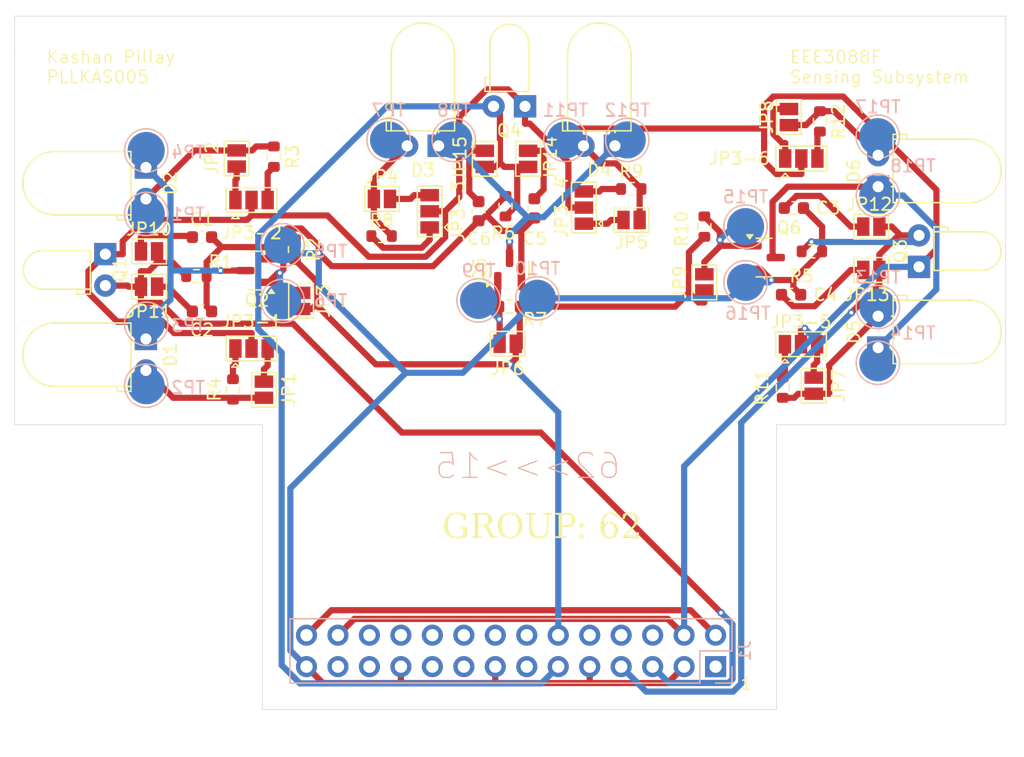
<source format=kicad_pcb>
(kicad_pcb (version 20240108) (generator "pcbnew") (generator_version "8.0")
  (title_block (title "EEE3088F - MicroMouse Subsystem: Sensing") (date "2024-03-23") (rev "V1.0") (company "University of Cape Town: Department of Electrical Engineering") (comment 1 "Author: Kashan Pillay") (comment 2 "Student Number: PLLKAS005"))
  (layers (0 "F.Cu" signal) (31 "B.Cu" signal) (34 "B.Paste" user) (35 "F.Paste" user) (36 "B.SilkS" user "B.Silkscreen") (37 "F.SilkS" user "F.Silkscreen") (38 "B.Mask" user) (39 "F.Mask" user) (44 "Edge.Cuts" user))
  (net 0 "")
  (net 1 "GND")
  (net 2 "Net-(JP10-A)")
  (net 3 "Net-(JP11-A)")
  (net 4 "Net-(JP12-A)")
  (net 5 "Net-(JP13-A)")
  (net 6 "Net-(JP14-A)")
  (net 7 "Net-(JP15-A)")
  (net 8 "Net-(D1-A)")
  (net 9 "Net-(D1-K)")
  (net 10 "Net-(D2-A)")
  (net 11 "Net-(D3-A)")
  (net 12 "Net-(D3-K)")
  (net 13 "Net-(D4-A)")
  (net 14 "Net-(D5-K)")
  (net 15 "Net-(D5-A)")
  (net 16 "Net-(D6-A)")
  (net 17 "PE11")
  (net 18 "PE10")
  (net 19 "PE9")
  (net 20 "PE15")
  (net 21 "RESV2")
  (net 22 "3V3")
  (net 23 "AB0")
  (net 24 "PE13")
  (net 25 "PE14")
  (net 26 "PE8")
  (net 27 "PA4")
  (net 28 "PA3")
  (net 29 "RESV3")
  (net 30 "BATT")
  (net 31 "RESV1")
  (net 32 "PC5")
  (net 33 "PE12")
  (net 34 "PA7")
  (net 35 "PA6")
  (net 36 "PC4")
  (net 37 "PA5")
  (net 38 "Net-(JP1-B)")
  (net 39 "Net-(JP2-B)")
  (net 40 "Net-(JP3-A)")
  (net 41 "Net-(JP3-1-A)")
  (net 42 "Net-(JP3-2-B)")
  (net 43 "Net-(JP3-3-A)")
  (net 44 "Net-(JP3-3-B)")
  (net 45 "Net-(JP3-4-B)")
  (net 46 "Net-(JP3-4-A)")
  (net 47 "Net-(JP3-5-A)")
  (net 48 "Net-(JP3-5-B)")
  (net 49 "Net-(JP3-6-A)")
  (net 50 "Net-(JP3-6-B)")
  (net 51 "Net-(JP6-A)")
  (net 52 "Net-(JP9-A)")
  (footprint "LED_THT:LED_D5.0mm_Horizontal_O1.27mm_Z3.0mm_IRBlack" (layer "F.Cu") (at 120.6 107.725 -90)
    (property "Reference" "D2")
    (property "Value" "LED")
  )
  (footprint "Capacitor_SMD:C_0603_1608Metric" (layer "F.Cu") (at 125.125 119.35)
    (property "Reference" "C2")
    (property "Value" "100nF")
  )
  (footprint "Jumper:SolderJumper-2_P1.3mm_Open_Pad1.0x1.5mm" (layer "F.Cu") (at 159.8 111.9625 180)
    (property "Reference" "JP5")
    (property "Value" "SolderJumper_2_Open")
  )
  (footprint "Capacitor_SMD:C_0603_1608Metric" (layer "F.Cu") (at 125.125 113.35)
    (property "Reference" "C1")
    (property "Value" "10uF")
  )
  (footprint "Jumper:SolderJumper-2_P1.3mm_Open_Pad1.0x1.5mm" (layer "F.Cu") (at 179.15 112.5)
    (property "Reference" "JP12")
    (property "Value" "SolderJumper_2_Open")
  )
  (footprint "Jumper:SolderJumper-2_P1.3mm_Open_Pad1.0x1.5mm" (layer "F.Cu") (at 127.925 107 -90)
    (property "Reference" "JP2")
    (property "Value" "SolderJumper_2_Open")
  )
  (footprint "Jumper:SolderJumper-2_P1.3mm_Open_Pad1.0x1.5mm" (layer "F.Cu") (at 174.5 125.35 90)
    (property "Reference" "JP7")
    (property "Value" "SolderJumper_2_Open")
  )
  (footprint "Capacitor_SMD:C_0603_1608Metric" (layer "F.Cu") (at 147.45 111.25 -90)
    (property "Reference" "C6")
    (property "Value" "100nF")
  )
  (footprint "Jumper:SolderJumper-2_P1.3mm_Open_Pad1.0x1.5mm" (layer "F.Cu") (at 147.95 107.025 -90)
    (property "Reference" "JP15")
    (property "Value" "SolderJumper_2_Open")
  )
  (footprint "Jumper:SolderJumper-2_P1.3mm_Open_Pad1.0x1.5mm" (layer "F.Cu") (at 179.15 116)
    (property "Reference" "JP13")
    (property "Value" "SolderJumper_2_Open")
  )
  (footprint "Resistor_SMD:R_0603_1608Metric" (layer "F.Cu") (at 149.625 110.85 90)
    (property "Reference" "R6")
    (property "Value" "10k")
  )
  (footprint "Package_TO_SOT_SMD:SOT-23" (layer "F.Cu") (at 170.5 115)
    (property "Reference" "Q6")
    (property "Value" "MMBT3904")
  )
  (footprint "Resistor_SMD:R_0603_1608Metric" (layer "F.Cu") (at 165.675 112.5 90)
    (property "Reference" "R10")
    (property "Value" "780")
  )
  (footprint "LED_THT:LED_D3.0mm_Horizontal_O1.27mm_Z2.0mm_Clear" (layer "F.Cu") (at 117.325 114.725 -90)
    (property "Reference" "Q1")
    (property "Value" "SFH309")
  )
  (footprint "Package_TO_SOT_SMD:SOT-23" (layer "F.Cu") (at 129.5625 116.05 180)
    (property "Reference" "Q2")
    (property "Value" "MMBT3904")
  )
  (footprint "Resistor_SMD:R_0603_1608Metric" (layer "F.Cu") (at 127.625 125.65 -90)
    (property "Reference" "R4")
    (property "Value" "42")
  )
  (footprint "Jumper:SolderJumper-2_P1.3mm_Open_Pad1.0x1.5mm" (layer "F.Cu") (at 133.125 118.5 -90)
    (property "Reference" "JP3")
    (property "Value" "SolderJumper_2_Open")
  )
  (footprint "Jumper:SolderJumper-3_P1.3mm_Open_Pad1.0x1.5mm" (layer "F.Cu") (at 173.475 122)
    (property "Reference" "JP3-5")
    (property "Value" "Jumper_3_Open")
  )
  (footprint "LED_THT:LED_D5.0mm_Horizontal_O1.27mm_Z3.0mm_IRBlack" (layer "F.Cu") (at 144.225 105.975 180)
    (property "Reference" "D3")
    (property "Value" "LED")
  )
  (footprint "Jumper:SolderJumper-3_P1.3mm_Open_Pad1.0x1.5mm" (layer "F.Cu") (at 143.5 111.2625 90)
    (property "Reference" "JP3-3")
    (property "Value" "Jumper_3_Open")
  )
  (footprint "Resistor_SMD:R_0603_1608Metric" (layer "F.Cu") (at 159.775 109.4625)
    (property "Reference" "R9")
    (property "Value" "42")
  )
  (footprint "Jumper:SolderJumper-3_P1.3mm_Open_Pad1.0x1.5mm" (layer "F.Cu") (at 173.5 107)
    (property "Reference" "JP3-6")
    (property "Value" "Jumper_3_Open")
  )
  (footprint "LED_THT:LED_D5.0mm_Horizontal_O1.27mm_Z3.0mm_IRBlack" (layer "F.Cu") (at 158.46 105.975 180)
    (property "Reference" "D4")
    (property "Value" "LED")
  )
  (footprint "LED_THT:LED_D3.0mm_Horizontal_O1.27mm_Z2.0mm_Clear" (layer "F.Cu") (at 183 115.75 90)
    (property "Reference" "Q3")
    (property "Value" "SFH309")
  )
  (footprint "Jumper:SolderJumper-2_P1.3mm_Open_Pad1.0x1.5mm" (layer "F.Cu") (at 149.8 121.9625)
    (property "Reference" "JP6")
    (property "Value" "SolderJumper_2_Open")
  )
  (footprint "Jumper:SolderJumper-3_P1.3mm_Open_Pad1.0x1.5mm" (layer "F.Cu") (at 155.95 110.9625 90)
    (property "Reference" "JP3-4")
    (property "Value" "Jumper_3_Open")
  )
  (footprint "Capacitor_SMD:C_0603_1608Metric" (layer "F.Cu") (at 172.675 118)
    (property "Reference" "C4")
    (property "Value" "100nF")
  )
  (footprint "Jumper:SolderJumper-2_P1.3mm_Open_Pad1.0x1.5mm" (layer "F.Cu") (at 120.85 114.5)
    (property "Reference" "JP10")
    (property "Value" "SolderJumper_2_Open")
  )
  (footprint "Capacitor_SMD:C_0603_1608Metric" (layer "F.Cu") (at 172.9 111)
    (property "Reference" "C3")
    (property "Value" "10uF")
  )
  (footprint "Package_TO_SOT_SMD:SOT-23" (layer "F.Cu") (at 149.95 115.9625 90)
    (property "Reference" "Q5")
    (property "Value" "MMBT3904")
  )
  (footprint "Resistor_SMD:R_0603_1608Metric" (layer "F.Cu") (at 172 125.5 -90)
    (property "Reference" "R11")
    (property "Value" "42")
  )
  (footprint "Resistor_SMD:R_0603_1608Metric" (layer "F.Cu") (at 175 104 90)
    (property "Reference" "R12")
    (property "Value" "42")
  )
  (footprint "Jumper:SolderJumper-2_P1.3mm_Open_Pad1.0x1.5mm" (layer "F.Cu") (at 139.65 110.2625)
    (property "Reference" "JP4")
    (property "Value" "SolderJumper_2_Open")
  )
  (footprint "Capacitor_SMD:C_0603_1608Metric" (layer "F.Cu") (at 151.95 111.025 -90)
    (property "Reference" "C5")
    (property "Value" "10uF")
  )
  (footprint "LED_THT:LED_D3.0mm_Horizontal_O1.27mm_Z2.0mm_Clear" (layer "F.Cu") (at 151.2 102.7875 180)
    (property "Reference" "Q4")
    (property "Value" "SFH309")
  )
  (footprint "LED_THT:LED_D5.0mm_Horizontal_O1.27mm_Z3.0mm_IRBlack" (layer "F.Cu") (at 179.7 109.275 90)
    (property "Reference" "D6")
    (property "Value" "LED")
  )
  (footprint "Resistor_SMD:R_0603_1608Metric" (layer "F.Cu") (at 174.35 114.5)
    (property "Reference" "R5")
    (property "Value" "10k")
  )
  (footprint "Jumper:SolderJumper-2_P1.3mm_Open_Pad1.0x1.5mm" (layer "F.Cu") (at 120.85 117.35 180)
    (property "Reference" "JP11")
    (property "Value" "SolderJumper_2_Open")
  )
  (footprint "LED_THT:LED_D5.0mm_Horizontal_O1.27mm_Z3.0mm_IRBlack" (layer "F.Cu") (at 120.6 121.575 -90)
    (property "Reference" "D1")
    (property "Value" "LED")
  )
  (footprint "LED_THT:LED_D5.0mm_Horizontal_O1.27mm_Z3.0mm_IRBlack" (layer "F.Cu") (at 179.7 122.275 90)
    (property "Reference" "D5")
    (property "Value" "LED")
  )
  (footprint "Jumper:SolderJumper-3_P1.3mm_Open_Pad1.0x1.5mm" (layer "F.Cu") (at 129.125 110.35)
    (property "Reference" "JP3-2")
    (property "Value" "Jumper_3_Open")
  )
  (footprint "Resistor_SMD:R_0603_1608Metric" (layer "F.Cu") (at 124.675 116.5)
    (property "Reference" "R1")
    (property "Value" "10k")
  )
  (footprint "Jumper:SolderJumper-3_P1.3mm_Open_Pad1.0x1.5mm" (layer "F.Cu") (at 129.125 122.35)
    (property "Reference" "JP3-1")
    (property "Value" "Jumper_3_Open")
  )
  (footprint "Jumper:SolderJumper-2_P1.3mm_Open_Pad1.0x1.5mm" (layer "F.Cu") (at 165.675 117 -90)
    (property "Reference" "JP9")
    (property "Value" "SolderJumper_2_Open")
  )
  (footprint "Jumper:SolderJumper-2_P1.3mm_Open_Pad1.0x1.5mm" (layer "F.Cu") (at 172.5 103.65 90)
    (property "Reference" "JP8")
    (property "Value" "SolderJumper_2_Open")
  )
  (footprint "Jumper:SolderJumper-2_P1.3mm_Open_Pad1.0x1.5mm" (layer "F.Cu") (at 130.125 125.675 90)
    (property "Reference" "JP1")
    (property "Value" "SolderJumper_2_Open")
  )
  (footprint "Resistor_SMD:R_0603_1608Metric" (layer "F.Cu") (at 149.95 118.9625 180)
    (property "Reference" "R7")
    (property "Value" "780")
  )
  (footprint "Jumper:SolderJumper-2_P1.3mm_Open_Pad1.0x1.5mm" (layer "F.Cu") (at 151.45 107.025 -90)
    (property "Reference" "JP14")
    (property "Value" "SolderJumper_2_Open")
  )
  (footprint "Resistor_SMD:R_0603_1608Metric" (layer "F.Cu") (at 130.925 106.85 90)
    (property "Reference" "R3")
    (property "Value" "42")
  )
  (footprint "Resistor_SMD:R_0603_1608Metric" (layer "F.Cu") (at 132.625 114.35 90)
    (property "Reference" "R2")
    (property "Value" "780")
  )
  (footprint "Resistor_SMD:R_0603_1608Metric" (layer "F.Cu") (at 139.625 113.2625)
    (property "Reference" "R8")
    (property "Value" "42")
  )
  (footprint "TestPoint:TestPoint_Pad_D3.0mm" (layer "B.Cu") (at 145.45 105.5 180)
    (property "Reference" "TP8")
    (property "Value" "TestPoint")
  )
  (footprint "TestPoint:TestPoint_Pad_D3.0mm" (layer "B.Cu") (at 120.625 120.35 180)
    (property "Reference" "TP3")
    (property "Value" "TestPoint")
  )
  (footprint "TestPoint:TestPoint_Pad_D3.0mm" (layer "B.Cu") (at 120.625 111.475 180)
    (property "Reference" "TP1")
    (property "Value" "TestPoint")
  )
  (footprint "TestPoint:TestPoint_Pad_D3.0mm" (layer "B.Cu") (at 154.45 105.5 180)
    (property "Reference" "TP11")
    (property "Value" "TestPoint")
  )
  (footprint "TestPoint:TestPoint_Pad_D3.0mm" (layer "B.Cu") (at 179.675 123.5 180)
    (property "Reference" "TP14")
    (property "Value" "TestPoint")
  )
  (footprint "TestPoint:TestPoint_Pad_D3.0mm" (layer "B.Cu") (at 169 117 180)
    (property "Reference" "TP16")
    (property "Value" "TestPoint")
  )
  (footprint "TestPoint:TestPoint_Pad_D3.0mm" (layer "B.Cu") (at 140.185 105.5 180)
    (property "Reference" "TP7")
    (property "Value" "TestPoint")
  )
  (footprint "TestPoint:TestPoint_Pad_D3.0mm" (layer "B.Cu") (at 131.625 114 180)
    (property "Reference" "TP5")
    (property "Value" "TestPoint")
  )
  (footprint "Connector_PinHeader_2.54mm:PinHeader_2x14_P2.54mm_Vertical" (layer "B.Cu") (at 166.58 148.04 90)
    (property "Reference" "J1")
    (property "Value" "Conn_02x14_Odd_Even")
  )
  (footprint "TestPoint:TestPoint_Pad_D3.0mm" (layer "B.Cu") (at 120.625 125.35 180)
    (property "Reference" "TP2")
    (property "Value" "TestPoint")
  )
  (footprint "TestPoint:TestPoint_Pad_D3.0mm" (layer "B.Cu") (at 179.675 119 180)
    (property "Reference" "TP13")
    (property "Value" "TestPoint")
  )
  (footprint "TestPoint:TestPoint_Pad_D3.0mm" (layer "B.Cu") (at 179.675 110 180)
    (property "Reference" "TP18")
    (property "Value" "TestPoint")
  )
  (footprint "TestPoint:TestPoint_Pad_D3.0mm" (layer "B.Cu") (at 169 112.5 180)
    (property "Reference" "TP15")
    (property "Value" "TestPoint")
  )
  (footprint "TestPoint:TestPoint_Pad_D3.0mm" (layer "B.Cu") (at 147.45 118.4625 180)
    (property "Reference" "TP9")
    (property "Value" "TestPoint")
  )
  (footprint "TestPoint:TestPoint_Pad_D3.0mm" (layer "B.Cu") (at 120.625 106.35 180)
    (property "Reference" "TP4")
    (property "Value" "TestPoint")
  )
  (footprint "TestPoint:TestPoint_Pad_D3.0mm" (layer "B.Cu") (at 152.2 118.2875 180)
    (property "Reference" "TP10")
    (property "Value" "TestPoint")
  )
  (footprint "TestPoint:TestPoint_Pad_D3.0mm" (layer "B.Cu") (at 179.675 105.235 180)
    (property "Reference" "TP17")
    (property "Value" "TestPoint")
  )
  (footprint "TestPoint:TestPoint_Pad_D3.0mm" (layer "B.Cu") (at 159.45 105.5 180)
    (property "Reference" "TP12")
    (property "Value" "TestPoint")
  )
  (footprint "TestPoint:TestPoint_Pad_D3.0mm" (layer "B.Cu") (at 131.625 118.5 180)
    (property "Reference" "TP6")
    (property "Value" "TestPoint")
  )
  (gr_line (start 110 128.5) (end 110 98.5) (stroke (width 0.05)) (layer "Edge.Cuts"))
  (gr_line (start 130 151.5) (end 130 128.5) (stroke (width 0.05)) (layer "Edge.Cuts"))
  (gr_line (start 110 98.5) (end 110 95.5) (stroke (width 0.05)) (layer "Edge.Cuts"))
  (gr_line (start 150 151.5) (end 170 151.5) (stroke (width 0.05)) (layer "Edge.Cuts"))
  (gr_line (start 170 151.5) (end 171.5 151.5) (stroke (width 0.05)) (layer "Edge.Cuts"))
  (gr_line (start 171.5 151.5) (end 171.5 128.5) (stroke (width 0.05)) (layer "Edge.Cuts"))
  (gr_line (start 171.5 128.5) (end 190 128.5) (stroke (width 0.05)) (layer "Edge.Cuts"))
  (gr_line (start 150 151.5) (end 130 151.5) (stroke (width 0.05)) (layer "Edge.Cuts"))
  (gr_line (start 190 95.5) (end 110 95.5) (stroke (width 0.05)) (layer "Edge.Cuts"))
  (gr_line (start 130 128.5) (end 110 128.5) (stroke (width 0.05)) (layer "Edge.Cuts"))
  (gr_line (start 190 128.5) (end 190 95.5) (stroke (width 0.05)) (layer "Edge.Cuts"))
  (gr_text "62>>>15" (at 159 133 0) (layer "B.SilkS") (effects (font (size 2 2) (thickness 0.1)) (justify left bottom mirror)))
  (gr_text "Kashan Pillay\nPLLKAS005" (at 112.5 101 0) (layer "F.SilkS") (effects (font (size 1 1) (thickness 0.1)) (justify left bottom)))
  (gr_text "GROUP: 62" (at 144.5 138 0) (layer "F.SilkS") (effects (font (size 2 2) (thickness 0.1)) (justify left bottom)))
  (gr_text "EEE3088F\nSensing Subsystem" (at 172.5 101 0) (layer "F.SilkS") (effects (font (size 1 1) (thickness 0.1)) (justify left bottom)))
  (gr_text "1" (at 168.5 150 0) (layer "F.SilkS") (effects (font (size 1 1) (thickness 0.1)) (justify left bottom)))
  (segment (start 156.42 149.3651) (end 148.8 149.3651) (width 0.5) (layer "F.Cu") (net 1))
  (segment (start 162.7149 149.3651) (end 156.42 149.3651) (width 0.5) (layer "F.Cu") (net 1))
  (segment (start 172.8604 117.4104) (end 173.45 118) (width 0.5) (layer "F.Cu") (net 1))
  (segment (start 150.9 116.9) (end 150.9 112.85) (width 0.5) (layer "F.Cu") (net 1))
  (segment (start 147.45 112.025) (end 147.625 112.025) (width 0.5) (layer "F.Cu") (net 1))
  (segment (start 175.175 114.5) (end 172.8604 116.8146) (width 0.5) (layer "F.Cu") (net 1))
  (segment (start 141.18 149.3651) (end 134.8851 149.3651) (width 0.5) (layer "F.Cu") (net 1))
  (segment (start 135.5944 115.6943) (end 143.7807 115.6943) (width 0.5) (layer "F.Cu") (net 1))
  (segment (start 169.5625 115.95) (end 170.2104 115.95) (width 0.5) (layer "F.Cu") (net 1))
  (segment (start 170.2104 115.95) (end 171.075 116.8146) (width 0.5) (layer "F.Cu") (net 1))
  (segment (start 130.5 115.1) (end 130.5 114.1546) (width 0.5) (layer "F.Cu") (net 1))
  (segment (start 125.5 115.3592) (end 126.7046 114.1546) (width 0.5) (layer "F.Cu") (net 1))
  (segment (start 141.18 149.3651) (end 141.18 149.39) (width 0.5) (layer "F.Cu") (net 1))
  (segment (start 130.5 114.1546) (end 131.9981 112.6565) (width 0.5) (layer "F.Cu") (net 1))
  (segment (start 172.8604 116.8146) (end 171.075 116.8146) (width 0.5) (layer "F.Cu") (net 1))
  (segment (start 141.2049 149.3651) (end 141.18 149.39) (width 0.5) (layer "F.Cu") (net 1))
  (segment (start 149.3687 112.85) (end 148.0844 111.5656) (width 0.5) (layer "F.Cu") (net 1))
  (segment (start 148.8 149.3651) (end 141.2049 149.3651) (width 0.5) (layer "F.Cu") (net 1))
  (segment (start 125.9 119.35) (end 125.5 118.95) (width 0.5) (layer "F.Cu") (net 1))
  (segment (start 134.8851 149.3651) (end 133.56 148.04) (width 0.5) (layer "F.Cu") (net 1))
  (segment (start 133.1625 112.6565) (end 134.5543 114.0483) (width 0.5) (layer "F.Cu") (net 1))
  (segment (start 134.5543 114.6542) (end 135.5944 115.6943) (width 0.5) (layer "F.Cu") (net 1))
  (segment (start 148.0844 111.5656) (end 149.625 110.025) (width 0.5) (layer "F.Cu") (net 1))
  (segment (start 125.5 118.95) (end 125.5 116.5) (width 0.5) (layer "F.Cu") (net 1))
  (segment (start 173.675 111) (end 175.175 112.5) (width 0.5) (layer "F.Cu") (net 1))
  (segment (start 131.9981 112.6565) (end 133.1625 112.6565) (width 0.5) (layer "F.Cu") (net 1))
  (segment (start 150.9 112.85) (end 149.3687 112.85) (width 0.5) (layer "F.Cu") (net 1))
  (segment (start 172.8604 116.8146) (end 172.8604 117.4104) (width 0.5) (layer "F.Cu") (net 1))
  (segment (start 125.5 116.5) (end 125.5 115.3592) (width 0.5) (layer "F.Cu") (net 1))
  (segment (start 141.18 148.04) (end 141.18 149.3651) (width 0.5) (layer "F.Cu") (net 1))
  (segment (start 134.5543 114.0483) (end 134.5543 114.6542) (width 0.5) (layer "F.Cu") (net 1))
  (segment (start 147.625 112.025) (end 148.0844 111.5656) (width 0.5) (layer "F.Cu") (net 1))
  (segment (start 143.7807 115.6943) (end 147.45 112.025) (width 0.5) (layer "F.Cu") (net 1))
  (segment (start 126.7046 114.1546) (end 125.9 113.35) (width 0.5) (layer "F.Cu") (net 1))
  (segment (start 148.8 148.04) (end 148.8 149.3651) (width 0.5) (layer "F.Cu") (net 1))
  (segment (start 156.42 148.04) (end 156.42 149.3651) (width 0.5) (layer "F.Cu") (net 1))
  (segment (start 150.9 112.85) (end 151.95 111.8) (width 0.5) (layer "F.Cu") (net 1))
  (segment (start 130.5 114.1546) (end 126.7046 114.1546) (width 0.5) (layer "F.Cu") (net 1))
  (segment (start 164.04 148.04) (end 162.7149 149.3651) (width 0.5) (layer "F.Cu") (net 1))
  (segment (start 175.175 112.5) (end 175.175 114.5) (width 0.5) (layer "F.Cu") (net 1))
  (via (at 134.5543 114.6542) (size 0.6) (drill 0.3) (layers "F.Cu" "B.Cu") (net 1))
  (via (at 171.075 116.8146) (size 0.6) (drill 0.3) (layers "F.Cu" "B.Cu") (net 1))
  (segment (start 134.5543 117.2786) (end 134.5543 114.6542) (width 0.5) (layer "B.Cu") (net 1))
  (segment (start 169 117) (end 170.8896 117) (width 0.5) (layer "B.Cu") (net 1))
  (segment (start 133.56 148.04) (end 132.2582 146.7382) (width 0.5) (layer "B.Cu") (net 1))
  (segment (start 141.5831 124.3074) (end 134.5543 117.2786) (width 0.5) (layer "B.Cu") (net 1))
  (segment (start 132.2582 146.7382) (end 132.2582 133.6323) (width 0.5) (layer "B.Cu") (net 1))
  (segment (start 146.1801 124.3074) (end 152.2 118.2875) (width 0.5) (layer "B.Cu") (net 1))
  (segment (start 132.2792 114.6542) (end 131.625 114) (width 0.5) (layer "B.Cu") (net 1))
  (segment (start 141.5831 124.3074) (end 146.1801 124.3074) (width 0.5) (layer "B.Cu") (net 1))
  (segment (start 132.2582 133.6323) (end 141.5831 124.3074) (width 0.5) (layer "B.Cu") (net 1))
  (segment (start 167.7125 118.2875) (end 169 117) (width 0.5) (layer "B.Cu") (net 1))
  (segment (start 170.8896 117) (end 171.075 116.8146) (width 0.5) (layer "B.Cu") (net 1))
  (segment (start 152.2 118.2875) (end 167.7125 118.2875) (width 0.5) (layer "B.Cu") (net 1))
  (segment (start 134.5543 114.6542) (end 132.2792 114.6542) (width 0.5) (layer "B.Cu") (net 1))
  (segment (start 124.25 113.25) (end 124.35 113.35) (width 0.5) (layer "F.Cu") (net 2))
  (segment (start 120.2 113.25) (end 124.25 113.25) (width 0.5) (layer "F.Cu") (net 2))
  (segment (start 120.2 114.5) (end 120.2 113.25) (width 0.5) (layer "F.Cu") (net 2))
  (segment (start 121.5 117.35) (end 122.5 117.35) (width 0.5) (layer "F.Cu") (net 3))
  (segment (start 122.5 117.5) (end 124.35 119.35) (width 0.5) (layer "F.Cu") (net 3))
  (segment (start 122.5 117.35) (end 122.5 117.5) (width 0.5) (layer "F.Cu") (net 3))
  (segment (start 178.5 112.5) (end 177.5 112.5) (width 0.5) (layer "F.Cu") (net 4))
  (segment (start 175.0204 110.0204) (end 177.5 112.5) (width 0.5) (layer "F.Cu") (net 4))
  (segment (start 173.1046 110.0204) (end 175.0204 110.0204) (width 0.5) (layer "F.Cu") (net 4))
  (segment (start 172.125 111) (end 173.1046 110.0204) (width 0.5) (layer "F.Cu") (net 4))
  (segment (start 171.9 118) (end 172.8276 118.9276) (width 0.5) (layer "F.Cu") (net 5))
  (segment (start 172.8276 118.9276) (end 174.5724 118.9276) (width 0.5) (layer "F.Cu") (net 5))
  (segment (start 178.5 116) (end 177.5 116) (width 0.5) (layer "F.Cu") (net 5))
  (segment (start 174.5724 118.9276) (end 177.5 116) (width 0.5) (layer "F.Cu") (net 5))
  (segment (start 151.45 106.375) (end 152.7 106.375) (width 0.5) (layer "F.Cu") (net 6))
  (segment (start 152.7 106.375) (end 152.7 109.5) (width 0.5) (layer "F.Cu") (net 6))
  (segment (start 152.7 109.5) (end 151.95 110.25) (width 0.5) (layer "F.Cu") (net 6))
  (segment (start 146.7 109.725) (end 147.45 110.475) (width 0.5) (layer "F.Cu") (net 7))
  (segment (start 147.95 106.375) (end 146.7 106.375) (width 0.5) (layer "F.Cu") (net 7))
  (segment (start 146.7 106.375) (end 146.7 109.725) (width 0.5) (layer "F.Cu") (net 7))
  (segment (start 120.6 124.115) (end 122.81 126.325) (width 0.5) (layer "F.Cu") (net 8))
  (segment (start 127.625 126.325) (end 127.625 126.475) (width 0.5) (layer "F.Cu") (net 8))
  (segment (start 130.125 126.325) (end 128.875 126.325) (width 0.5) (layer "F.Cu") (net 8))
  (segment (start 127.625 126.325) (end 128.875 126.325) (width 0.5) (layer "F.Cu") (net 8))
  (segment (start 122.81 126.325) (end 127.625 126.325) (width 0.5) (layer "F.Cu") (net 8))
  (segment (start 120.625 125.35) (end 120.6 125.325) (width 0.5) (layer "B.Cu") (net 8))
  (segment (start 120.6 125.325) (end 120.6 124.115) (width 0.5) (layer "B.Cu") (net 8))
  (segment (start 126.6092 116.05) (end 128.625 116.05) (width 0.5) (layer "F.Cu") (net 9))
  (via (at 126.6092 116.05) (size 0.6) (drill 0.3) (layers "F.Cu" "B.Cu") (net 9))
  (segment (start 122.5831 118.3919) (end 120.625 120.35) (width 0.5) (layer "B.Cu") (net 9))
  (segment (start 120.625 106.35) (end 120.6 106.375) (width 0.5) (layer "B.Cu") (net 9))
  (segment (start 122.5831 109.7081) (end 122.5831 116.05) (width 0.5) (layer "B.Cu") (net 9))
  (segment (start 120.6 107.725) (end 122.5831 109.7081) (width 0.5) (layer "B.Cu") (net 9))
  (segment (start 122.5831 116.05) (end 122.5831 118.3919) (width 0.5) (layer "B.Cu") (net 9))
  (segment (start 120.6 106.375) (end 120.6 107.725) (width 0.5) (layer "B.Cu") (net 9))
  (segment (start 120.625 120.35) (end 120.6 120.375) (width 0.5) (layer "B.Cu") (net 9))
  (segment (start 120.6 120.375) (end 120.6 121.575) (width 0.5) (layer "B.Cu") (net 9))
  (segment (start 122.5831 116.05) (end 126.6092 116.05) (width 0.5) (layer "B.Cu") (net 9))
  (segment (start 128.55 106.35) (end 129.175 106.35) (width 0.5) (layer "F.Cu") (net 10))
  (segment (start 130.925 106.025) (end 129.5 106.025) (width 0.5) (layer "F.Cu") (net 10))
  (segment (start 129.5 106.025) (end 129.175 106.35) (width 0.5) (layer "F.Cu") (net 10))
  (segment (start 124.515 106.35) (end 120.6 110.265) (width 0.5) (layer "F.Cu") (net 10))
  (segment (start 127.925 106.35) (end 124.515 106.35) (width 0.5) (layer "F.Cu") (net 10))
  (segment (start 128.55 106.35) (end 127.925 106.35) (width 0.5) (layer "F.Cu") (net 10))
  (segment (start 120.6 111.45) (end 120.6 110.265) (width 0.5) (layer "B.Cu") (net 10))
  (segment (start 120.625 111.475) (end 120.6 111.45) (width 0.5) (layer "B.Cu") (net 10))
  (segment (start 139 108.66) (end 139 110.2625) (width 0.5) (layer "F.Cu") (net 11))
  (segment (start 139 111.8125) (end 140.45 113.2625) (width 0.5) (layer "F.Cu") (net 11))
  (segment (start 141.685 105.975) (end 139 108.66) (width 0.5) (layer "F.Cu") (net 11))
  (segment (start 139 110.2625) (end 139 111.8125) (width 0.5) (layer "F.Cu") (net 11))
  (segment (start 140.185 105.5) (end 141.21 105.5) (width 0.5) (layer "B.Cu") (net 11))
  (segment (start 141.21 105.5) (end 141.685 105.975) (width 0.5) (layer "B.Cu") (net 11))
  (segment (start 149.95 115.025) (end 149.95 113.7171) (width 0.5) (layer "F.Cu") (net 12))
  (via (at 149.95 113.7171) (size 0.6) (drill 0.3) (layers "F.Cu" "B.Cu") (net 12))
  (segment (start 144.225 105.975) (end 145.625 105.975) (width 0.5) (layer "B.Cu") (net 12))
  (segment (start 151.3882 111.7382) (end 149.95 113.1764) (width 0.5) (layer "B.Cu") (net 12))
  (segment (start 158.46 105.975) (end 152.6968 111.7382) (width 0.5) (layer "B.Cu") (net 12))
  (segment (start 152.6968 111.7382) (end 151.3882 111.7382) (width 0.5) (layer "B.Cu") (net 12))
  (segment (start 149.95 113.1764) (end 149.95 113.7171) (width 0.5) (layer "B.Cu") (net 12))
  (segment (start 159.45 105.5) (end 158.935 105.5) (width 0.5) (layer "B.Cu") (net 12))
  (segment (start 158.935 105.5) (end 158.46 105.975) (width 0.5) (layer "B.Cu") (net 12))
  (segment (start 145.625 105.675) (end 145.45 105.5) (width 0.5) (layer "B.Cu") (net 12))
  (segment (start 145.625 105.975) (end 145.625 105.675) (width 0.5) (layer "B.Cu") (net 12))
  (segment (start 151.3882 111.7382) (end 145.625 105.975) (width 0.5) (layer "B.Cu") (net 12))
  (segment (start 160.45 109.6125) (end 160.6 109.4625) (width 0.5) (layer "F.Cu") (net 13))
  (segment (start 160.6 109.4625) (end 158.532 107.3945) (width 0.5) (layer "F.Cu") (net 13))
  (segment (start 157.3395 107.3945) (end 155.92 105.975) (width 0.5) (layer "F.Cu") (net 13))
  (segment (start 160.45 111.9625) (end 160.45 109.6125) (width 0.5) (layer "F.Cu") (net 13))
  (segment (start 158.532 107.3945) (end 157.3395 107.3945) (width 0.5) (layer "F.Cu") (net 13))
  (segment (start 155.445 105.5) (end 155.92 105.975) (width 0.5) (layer "B.Cu") (net 13))
  (segment (start 154.45 105.5) (end 155.445 105.5) (width 0.5) (layer "B.Cu") (net 13))
  (segment (start 171.18 110.494) (end 171.18 114.7425) (width 0.5) (layer "F.Cu") (net 14))
  (segment (start 171.18 114.7425) (end 171.4375 115) (width 0.5) (layer "F.Cu") (net 14))
  (segment (start 172.399 109.275) (end 171.18 110.494) (width 0.5) (layer "F.Cu") (net 14))
  (segment (start 179.7 109.275) (end 172.399 109.275) (width 0.5) (layer "F.Cu") (net 14))
  (segment (start 184.3948 117.5802) (end 184.3948 112.6533) (width 0.5) (layer "B.Cu") (net 14))
  (segment (start 179.7 123.475) (end 179.7 122.275) (width 0.5) (layer "B.Cu") (net 14))
  (segment (start 179.7 109.9875) (end 179.6875 109.9875) (width 0.5) (layer "B.Cu") (net 14))
  (segment (start 184.3948 112.6533) (end 181.729 109.9875) (width 0.5) (layer "B.Cu") (net 14))
  (segment (start 181.729 109.9875) (end 179.7 109.9875) (width 0.5) (layer "B.Cu") (net 14))
  (segment (start 179.675 123.5) (end 179.7 123.475) (width 0.5) (layer "B.Cu") (net 14))
  (segment (start 179.6875 109.9875) (end 179.675 110) (width 0.5) (layer "B.Cu") (net 14))
  (segment (start 179.7 122.275) (end 184.3948 117.5802) (width 0.5) (layer "B.Cu") (net 14))
  (segment (start 179.7 109.9875) (end 179.7 109.275) (width 0.5) (layer "B.Cu") (net 14))
  (segment (start 172 126.325) (end 172.925 126.325) (width 0.5) (layer "F.Cu") (net 15))
  (segment (start 175.75 126) (end 175.75 123.685) (width 0.5) (layer "F.Cu") (net 15))
  (segment (start 173.875 126) (end 173.25 126) (width 0.5) (layer "F.Cu") (net 15))
  (segment (start 175.75 123.685) (end 179.7 119.735) (width 0.5) (layer "F.Cu") (net 15))
  (segment (start 172.925 126.325) (end 173.25 126) (width 0.5) (layer "F.Cu") (net 15))
  (segment (start 173.875 126) (end 174.5 126) (width 0.5) (layer "F.Cu") (net 15))
  (segment (start 174.5 126) (end 175.75 126) (width 0.5) (layer "F.Cu") (net 15))
  (segment (start 179.7 119.025) (end 179.7 119.735) (width 0.5) (layer "B.Cu") (net 15))
  (segment (start 179.675 119) (end 179.7 119.025) (width 0.5) (layer "B.Cu") (net 15))
  (segment (start 179.7 106.735) (end 176.14 103.175) (width 0.5) (layer "F.Cu") (net 16))
  (segment (start 172.5 104.3) (end 173.875 104.3) (width 0.5) (layer "F.Cu") (net 16))
  (segment (start 176.14 103.175) (end 175 103.175) (width 0.5) (layer "F.Cu") (net 16))
  (segment (start 173.875 104.3) (end 175 103.175) (width 0.5) (layer "F.Cu") (net 16))
  (segment (start 179.7 105.26) (end 179.7 106.735) (width 0.5) (layer "B.Cu") (net 16))
  (segment (start 179.675 105.235) (end 179.7 105.26) (width 0.5) (layer "B.Cu") (net 16))
  (segment (start 164.5633 143.4833) (end 166.58 145.5) (width 0.5) (layer "F.Cu") (net 22))
  (segment (start 133.56 145.5) (end 135.5767 143.4833) (width 0.5) (layer "F.Cu") (net 22))
  (segment (start 135.5767 143.4833) (end 164.5633 143.4833) (width 0.5) (layer "F.Cu") (net 22))
  (segment (start 165.2042 118.6256) (end 165.675 118.6256) (width 0.5) (layer "F.Cu") (net 24))
  (segment (start 150.775 118.9625) (end 163.3151 118.9625) (width 0.5) (layer "F.Cu") (net 24))
  (segment (start 150.45 123.1713) (end 150.0004 123.6209) (width 0.5) (layer "F.Cu") (net 24))
  (segment (start 163.3151 118.9625) (end 164.4281 117.8495) (width 0.5) (layer "F.Cu") (net 24))
  (segment (start 150.775 122.2625) (end 150.775 118.9625) (width 0.5) (layer "F.Cu") (net 24))
  (segment (start 133.125 119.15) (end 133.9805 119.15) (width 0.5) (layer "F.Cu") (net 24))
  (segment (start 165.675 113.325) (end 164.4281 114.5719) (width 0.5) (layer "F.Cu") (net 24))
  (segment (start 139.151 123.6209) (end 134.3303 118.8002) (width 0.5) (layer "F.Cu") (net 24))
  (segment (start 134.3303 116.8803) (end 134.3303 118.8002) (width 0.5) (layer "F.Cu") (net 24))
  (segment (start 150.0004 123.6209) (end 139.151 123.6209) (width 0.5) (layer "F.Cu") (net 24))
  (segment (start 150.45 122.5875) (end 150.775 122.2625) (width 0.5) (layer "F.Cu") (net 24))
  (segment (start 132.625 115.175) (end 134.3303 116.8803) (width 0.5) (layer "F.Cu") (net 24))
  (segment (start 150.45 122.5875) (end 150.45 123.1713) (width 0.5) (layer "F.Cu") (net 24))
  (segment (start 164.4281 117.8495) (end 165.2042 118.6256) (width 0.5) (layer "F.Cu") (net 24))
  (segment (start 150.45 121.9625) (end 150.45 122.5875) (width 0.5) (layer "F.Cu") (net 24))
  (segment (start 133.9805 119.15) (end 134.3303 118.8002) (width 0.5) (layer "F.Cu") (net 24))
  (segment (start 165.675 117.65) (end 165.675 118.6256) (width 0.5) (layer "F.Cu") (net 24))
  (segment (start 164.4281 114.5719) (end 164.4281 117.8495) (width 0.5) (layer "F.Cu") (net 24))
  (via (at 150.0004 123.6209) (size 0.6) (drill 0.3) (layers "F.Cu" "B.Cu") (net 24))
  (segment (start 153.88 145.5) (end 153.88 127.5005) (width 0.5) (layer "B.Cu") (net 24))
  (segment (start 153.88 127.5005) (end 150.0004 123.6209) (width 0.5) (layer "B.Cu") (net 24))
  (segment (start 179.7384 117.25) (end 179.8 117.25) (width 0.5) (layer "F.Cu") (net 27))
  (segment (start 181.425 113.125) (end 180.8 112.5) (width 0.5) (layer "F.Cu") (net 27))
  (segment (start 173.525 114.5) (end 174.288 113.737) (width 0.5) (layer "F.Cu") (net 27))
  (segment (start 179.8 114.75) (end 181.425 113.125) (width 0.5) (layer "F.Cu") (net 27))
  (segment (start 179.8 116) (end 179.8 114.75) (width 0.5) (layer "F.Cu") (net 27))
  (segment (start 179.8 112.5) (end 180.8 112.5) (width 0.5) (layer "F.Cu") (net 27))
  (segment (start 174.288 113.737) (end 174.3225 113.737) (width 0.5) (layer "F.Cu") (net 27))
  (segment (start 177.5362 119.4522) (end 179.7384 117.25) (width 0.5) (layer "F.Cu") (net 27))
  (segment (start 179.8 116) (end 179.8 117.25) (width 0.5) (layer "F.Cu") (net 27))
  (segment (start 183 113.21) (end 181.51 113.21) (width 0.5) (layer "F.Cu") (net 27))
  (segment (start 181.51 113.21) (end 181.425 113.125) (width 0.5) (layer "F.Cu") (net 27))
  (via (at 177.5362 119.4522) (size 0.6) (drill 0.3) (layers "F.Cu" "B.Cu") (net 27))
  (via (at 174.3225 113.737) (size 0.6) (drill 0.3) (layers "F.Cu" "B.Cu") (net 27))
  (segment (start 160.9777 150.0577) (end 167.995 150.0577) (width 0.5) (layer "B.Cu") (net 27))
  (segment (start 167.995 150.0577) (end 168.65 149.4027) (width 0.5) (layer "B.Cu") (net 27))
  (segment (start 158.96 148.04) (end 160.9777 150.0577) (width 0.5) (layer "B.Cu") (net 27))
  (segment (start 168.65 149.4027) (end 168.65 128.3384) (width 0.5) (layer "B.Cu") (net 27))
  (segment (start 183 113.21) (end 182.473 113.737) (width 0.5) (layer "B.Cu") (net 27))
  (segment (start 168.65 128.3384) (end 177.5362 119.4522) (width 0.5) (layer "B.Cu") (net 27))
  (segment (start 182.473 113.737) (end 174.3225 113.737) (width 0.5) (layer "B.Cu") (net 27))
  (segment (start 120.2 117.35) (end 120.2 116.1) (width 0.5) (layer "F.Cu") (net 28))
  (segment (start 141.2607 129.1329) (end 132.4657 120.3379) (width 0.5) (layer "F.Cu") (net 28))
  (segment (start 119.115 117.265) (end 119.2 117.35) (width 0.5) (layer "F.Cu") (net 28))
  (segment (start 120.2 117.35) (end 119.2 117.35) (width 0.5) (layer "F.Cu") (net 28))
  (segment (start 121.5 114.5) (end 121.5 115.425) (width 0.5) (layer "F.Cu") (net 28))
  (segment (start 122.775 115.425) (end 121.5 115.425) (width 0.5) (layer "F.Cu") (net 28))
  (segment (start 167.018 143.6881) (end 152.4628 129.1329) (width 0.5) (layer "F.Cu") (net 28))
  (segment (start 117.325 117.265) (end 119.115 117.265) (width 0.5) (layer "F.Cu") (net 28))
  (segment (start 121.711 118.6) (end 120.2 118.6) (width 0.5) (layer "F.Cu") (net 28))
  (segment (start 123.4489 120.3379) (end 121.711 118.6) (width 0.5) (layer "F.Cu") (net 28))
  (segment (start 120.2 117.35) (end 120.2 118.6) (width 0.5) (layer "F.Cu") (net 28))
  (segment (start 132.4657 120.3379) (end 123.4489 120.3379) (width 0.5) (layer "F.Cu") (net 28))
  (segment (start 120.825 116.1) (end 120.2 116.1) (width 0.5) (layer "F.Cu") (net 28))
  (segment (start 121.5 115.425) (end 120.825 116.1) (width 0.5) (layer "F.Cu") (net 28))
  (segment (start 123.85 116.5) (end 122.775 115.425) (width 0.5) (layer "F.Cu") (net 28))
  (segment (start 152.4628 129.1329) (end 141.2607 129.1329) (width 0.5) (layer "F.Cu") (net 28))
  (via (at 167.018 143.6881) (size 0.6) (drill 0.3) (layers "F.Cu" "B.Cu") (net 28))
  (segment (start 167.633 149.356) (end 167.9483 149.0407) (width 0.5) (layer "B.Cu") (net 28))
  (segment (start 167.9483 144.6184) (end 167.018 143.6881) (width 0.5) (layer "B.Cu") (net 28))
  (segment (start 167.9483 149.0407) (end 167.9483 144.6184) (width 0.5) (layer "B.Cu") (net 28))
  (segment (start 162.816 149.356) (end 167.633 149.356) (width 0.5) (layer "B.Cu") (net 28))
  (segment (start 161.5 148.04) (end 162.816 149.356) (width 0.5) (layer "B.Cu") (net 28))
  (segment (start 173.7375 120.75) (end 173.7636 120.7239) (width 0.5) (layer "F.Cu") (net 30))
  (segment (start 129.125 122.35) (end 129.125 121.1) (width 0.5) (layer "F.Cu") (net 30))
  (segment (start 138.5881 114.9315) (end 135.2566 111.6) (width 0.5) (layer "F.Cu") (net 30))
  (segment (start 115.9586 117.8467) (end 115.9586 116.0914) (width 0.5) (layer "F.Cu") (net 30))
  (segment (start 170.496 102.734) (end 170.496 104.5793) (width 0.5) (layer "F.Cu") (net 30))
  (segment (start 162.7254 144.1854) (end 164.04 145.5) (width 0.5) (layer "F.Cu") (net 30))
  (segment (start 184.4062 114.3438) (end 184.4062 109.5264) (width 0.5) (layer "F.Cu") (net 30))
  (segment (start 128.6737 111.9322) (end 128.6511 111.9548) (width 0.5) (layer "F.Cu") (net 30))
  (segment (start 144.75 113.3619) (end 143.1804 114.9315) (width 0.5) (layer "F.Cu") (net 30))
  (segment (start 125.5668 111.9563) (end 120.4437 111.9563) (width 0.5) (layer "F.Cu") (net 30))
  (segment (start 154.7 107.3028) (end 153.6881 106.2909) (width 0.5) (layer "F.Cu") (net 30))
  (segment (start 121.9455 120.1708) (end 118.2827 120.1708) (width 0.5) (layer "F.Cu") (net 30))
  (segment (start 145.89 103.6301) (end 145.89 110.1225) (width 0.5) (layer "F.Cu") (net 30))
  (segment (start 155.3997 104.5793) (end 153.6881 106.2909) (width 0.5) (layer "F.Cu") (net 30))
  (segment (start 122.8747 121.1) (end 121.9455 120.1708) (width 0.5) (layer "F.Cu") (net 30))
  (segment (start 117.325 114.725) (end 118.725 114.725) (width 0.5) (layer "F.Cu") (net 30))
  (segment (start 144.75 111.2625) (end 144.75 113.3619) (width 0.5) (layer "F.Cu") (net 30))
  (segment (start 135.2566 111.6) (end 129.125 111.6) (width 0.5) (layer "F.Cu") (net 30))
  (segment (start 173.475 120.75) (end 173.7375 120.75) (width 0.5) (layer "F.Cu") (net 30))
  (segment (start 128.6511 111.9548) (end 125.5683 111.9548) (width 0.5) (layer "F.Cu") (net 30))
  (segment (start 128.7928 111.9322) (end 128.6737 111.9322) (width 0.5) (layer "F.Cu") (net 30))
  (segment (start 115.9586 116.0914) (end 117.325 114.725) (width 0.5) (layer "F.Cu") (net 30))
  (segment (start 171.4818 108.25) (end 173.5 108.25) (width 0.5) (layer "F.Cu") (net 30))
  (segment (start 173.475 122) (end 173.475 120.75) (width 0.5) (layer "F.Cu") (net 30))
  (segment (start 183 115.75) (end 184.4062 114.3438) (width 0.5) (layer "F.Cu") (net 30))
  (segment (start 171.2373 101.9927) (end 170.496 102.734) (width 0.5) (layer "F.Cu") (net 30))
  (segment (start 154.7 110.9625) (end 154.7 107.3028) (width 0.5) (layer "F.Cu") (net 30))
  (segment (start 120.4437 111.9563) (end 118.725 113.675) (width 0.5) (layer "F.Cu") (net 30))
  (segment (start 149.8311 101.4186) (end 148.1015 101.4186) (width 0.5) (layer "F.Cu") (net 30))
  (segment (start 125.5683 111.9548) (end 125.5668 111.9563) (width 0.5) (layer "F.Cu") (net 30))
  (segment (start 129.125 110.35) (end 129.125 111.6) (width 0.5) (layer "F.Cu") (net 30))
  (segment (start 118.725 113.675) (end 118.725 114.725) (width 0.5) (layer "F.Cu") (net 30))
  (segment (start 170.496 104.5793) (end 155.3997 104.5793) (width 0.5) (layer "F.Cu") (net 30))
  (segment (start 151.5847 104.1875) (end 151.2 104.1875) (width 0.5) (layer "F.Cu") (net 30))
  (segment (start 151.2 102.7875) (end 149.8311 101.4186) (width 0.5) (layer "F.Cu") (net 30))
  (segment (start 118.2827 120.1708) (end 115.9586 117.8467) (width 0.5) (layer "F.Cu") (net 30))
  (segment (start 136.1 145.5) (end 137.4146 144.1854) (width 0.5) (layer "F.Cu") (net 30))
  (segment (start 129.125 121.1) (end 122.8747 121.1) (width 0.5) (layer "F.Cu") (net 30))
  (segment (start 129.125 111.6) (end 128.7928 111.9322) (width 0.5) (layer "F.Cu") (net 30))
  (segment (start 173.5 107) (end 173.5 108.25) (width 0.5) (layer "F.Cu") (net 30))
  (segment (start 170.496 104.5793) (end 170.496 107.2642) (width 0.5) (layer "F.Cu") (net 30))
  (segment (start 145.89 110.1225) (end 144.75 111.2625) (width 0.5) (layer "F.Cu") (net 30))
  (segment (start 155.95 110.9625) (end 154.7 110.9625) (width 0.5) (layer "F.Cu") (net 30))
  (segment (start 143.5 111.2625) (end 144.75 111.2625) (width 0.5) (layer "F.Cu") (net 30))
  (segment (start 176.8725 101.9927) (end 171.2373 101.9927) (width 0.5) (layer "F.Cu") (net 30))
  (segment (start 143.1804 114.9315) (end 138.5881 114.9315) (width 0.5) (layer "F.Cu") (net 30))
  (segment (start 184.4062 109.5264) (end 176.8725 101.9927) (width 0.5) (layer "F.Cu") (net 30))
  (segment (start 148.1015 101.4186) (end 145.89 103.6301) (width 0.5) (layer "F.Cu") (net 30))
  (segment (start 153.6881 106.2909) (end 151.5847 104.1875) (width 0.5) (layer "F.Cu") (net 30))
  (segment (start 151.2 102.7875) (end 151.2 104.1875) (width 0.5) (layer "F.Cu") (net 30))
  (segment (start 137.4146 144.1854) (end 162.7254 144.1854) (width 0.5) (layer "F.Cu") (net 30))
  (segment (start 170.496 107.2642) (end 171.4818 108.25) (width 0.5) (layer "F.Cu") (net 30))
  (via (at 173.7636 120.7239) (size 0.6) (drill 0.3) (layers "F.Cu" "B.Cu") (net 30))
  (segment (start 164.04 131.8533) (end 174.4665 121.4268) (width 0.5) (layer "B.Cu") (net 30))
  (segment (start 174.4665 121.4268) (end 180.1433 115.75) (width 0.5) (layer "B.Cu") (net 30))
  (segment (start 180.1433 115.75) (end 183 115.75) (width 0.5) (layer "B.Cu") (net 30))
  (segment (start 174.4665 121.4268) (end 173.7636 120.7239) (width 0.5) (layer "B.Cu") (net 30))
  (segment (start 164.04 145.5) (end 164.04 131.8533) (width 0.5) (layer "B.Cu") (net 30))
  (segment (start 149.172 107.325) (end 148.822 107.675) (width 0.5) (layer "F.Cu") (net 37))
  (segment (start 148.66 102.7875) (end 149.172 103.2995) (width 0.5) (layer "F.Cu") (net 37))
  (segment (start 150.568 110.732) (end 150.568 107.675) (width 0.5) (layer "F.Cu") (net 37))
  (segment (start 151.45 107.675) (end 150.568 107.675) (width 0.5) (layer "F.Cu") (net 37))
  (segment (start 149.172 103.2995) (end 149.172 107.325) (width 0.5) (layer "F.Cu") (net 37))
  (segment (start 148.822 107.675) (end 147.95 107.675) (width 0.5) (layer "F.Cu") (net 37))
  (segment (start 149.625 111.675) (end 150.568 110.732) (width 0.5) (layer "F.Cu") (net 37))
  (segment (start 150.568 107.675) (end 149.522 107.675) (width 0.5) (layer "F.Cu") (net 37))
  (segment (start 149.522 107.675) (end 149.172 107.325) (width 0.5) (layer "F.Cu") (net 37))
  (segment (start 140.0491 102.7875) (end 148.66 102.7875) (width 0.5) (layer "B.Cu") (net 37))
  (segment (start 133.0343 149.3931) (end 131.5565 147.9153) (width 0.5) (layer "B.Cu") (net 37))
  (segment (start 152.5269 149.3931) (end 133.0343 149.3931) (width 0.5) (layer "B.Cu") (net 37))
  (segment (start 129.6679 113.1687) (end 140.0491 102.7875) (width 0.5) (layer "B.Cu") (net 37))
  (segment (start 153.88 148.04) (end 152.5269 149.3931) (width 0.5) (layer "B.Cu") (net 37))
  (segment (start 129.6679 120.7827) (end 129.6679 113.1687) (width 0.5) (layer "B.Cu") (net 37))
  (segment (start 131.5565 147.9153) (end 131.5565 122.6713) (width 0.5) (layer "B.Cu") (net 37))
  (segment (start 131.5565 122.6713) (end 129.6679 120.7827) (width 0.5) (layer "B.Cu") (net 37))
  (segment (start 130.425 123.725) (end 130.425 122.35) (width 0.5) (layer "F.Cu") (net 38))
  (segment (start 130.125 124.025) (end 130.425 123.725) (width 0.5) (layer "F.Cu") (net 38))
  (segment (start 130.125 125.025) (end 130.125 124.025) (width 0.5) (layer "F.Cu") (net 38))
  (segment (start 127.925 107.65) (end 127.925 108.65) (width 0.5) (layer "F.Cu") (net 39))
  (segment (start 127.825 110.35) (end 127.825 108.75) (width 0.5) (layer "F.Cu") (net 39))
  (segment (start 127.825 108.75) (end 127.925 108.65) (width 0.5) (layer "F.Cu") (net 39))
  (segment (start 130.5 117) (end 131.025 117) (width 0.5) (layer "F.Cu") (net 40))
  (segment (start 131.4126 116.2481) (end 131.2519 116.2481) (width 0.5) (layer "F.Cu") (net 40))
  (segment (start 131.6935 114.4565) (end 132.625 113.525) (width 0.5) (layer "F.Cu") (net 40))
  (segment (start 133.125 117.85) (end 131.875 117.85) (width 0.5) (layer "F.Cu") (net 40))
  (segment (start 131.6935 115.9672) (end 131.6935 114.4565) (width 0.5) (layer "F.Cu") (net 40))
  (segment (start 131.2519 116.2481) (end 130.5 117) (width 0.5) (layer "F.Cu") (net 40))
  (segment (start 131.025 117) (end 131.875 117.85) (width 0.5) (layer "F.Cu") (net 40))
  (segment (start 131.4126 116.2481) (end 131.6935 115.9672) (width 0.5) (layer "F.Cu") (net 40))
  (via (at 131.4126 116.2481) (size 0.6) (drill 0.3) (layers "F.Cu" "B.Cu") (net 40))
  (segment (start 131.4126 118.2876) (end 131.4126 116.2481) (width 0.5) (layer "B.Cu") (net 40))
  (segment (start 131.625 118.5) (end 131.4126 118.2876) (width 0.5) (layer "B.Cu") (net 40))
  (segment (start 127.825 123.6) (end 127.625 123.8) (width 0.5) (layer "F.Cu") (net 41))
  (segment (start 127.625 123.8) (end 127.625 124.825) (width 0.5) (layer "F.Cu") (net 41))
  (segment (start 127.825 122.35) (end 127.825 123.6) (width 0.5) (layer "F.Cu") (net 41))
  (segment (start 130.425 108.175) (end 130.425 110.35) (width 0.5) (layer "F.Cu") (net 42))
  (segment (start 130.925 107.675) (end 130.425 108.175) (width 0.5) (layer "F.Cu") (net 42))
  (segment (start 139.7474 114.2099) (end 142.8526 114.2099) (width 0.5) (layer "F.Cu") (net 43))
  (segment (start 138.8 113.2625) (end 139.7474 114.2099) (width 0.5) (layer "F.Cu") (net 43))
  (segment (start 142.8526 114.2099) (end 143.5 113.5625) (width 0.5) (layer "F.Cu") (net 43))
  (segment (start 143.5 112.5625) (end 143.5 113.5625) (width 0.5) (layer "F.Cu") (net 43))
  (segment (start 143.5 109.9625) (end 142.25 109.9625) (width 0.5) (layer "F.Cu") (net 44))
  (segment (start 140.3 110.2625) (end 141.95 110.2625) (width 0.5) (layer "F.Cu") (net 44))
  (segment (start 141.95 110.2625) (end 142.25 109.9625) (width 0.5) (layer "F.Cu") (net 44))
  (segment (start 155.95 109.6625) (end 157.2 109.6625) (width 0.5) (layer "F.Cu") (net 45))
  (segment (start 157.4 109.4625) (end 157.2 109.6625) (width 0.5) (layer "F.Cu") (net 45))
  (segment (start 158.95 109.4625) (end 157.4 109.4625) (width 0.5) (layer "F.Cu") (net 45))
  (segment (start 157.85 112.2625) (end 158.15 111.9625) (width 0.5) (layer "F.Cu") (net 46))
  (segment (start 159.15 111.9625) (end 158.15 111.9625) (width 0.5) (layer "F.Cu") (net 46))
  (segment (start 155.95 112.2625) (end 157.85 112.2625) (width 0.5) (layer "F.Cu") (net 46))
  (segment (start 172 124.675) (end 172.175 124.5) (width 0.5) (layer "F.Cu") (net 47))
  (segment (start 172.175 124.5) (end 172.175 122) (width 0.5) (layer "F.Cu") (net 47))
  (segment (start 174.5 124.7) (end 174.5 123.7) (width 0.5) (layer "F.Cu") (net 48))
  (segment (start 174.775 123.425) (end 174.5 123.7) (width 0.5) (layer "F.Cu") (net 48))
  (segment (start 174.775 122) (end 174.775 123.425) (width 0.5) (layer "F.Cu") (net 48))
  (segment (start 172.2 107) (end 172.2 105.75) (width 0.5) (layer "F.Cu") (net 49))
  (segment (start 171.25 103) (end 171.25 105.0376) (width 0.5) (layer "F.Cu") (net 49))
  (segment (start 171.25 105.0376) (end 171.9624 105.75) (width 0.5) (layer "F.Cu") (net 49))
  (segment (start 172.5 103) (end 171.25 103) (width 0.5) (layer "F.Cu") (net 49))
  (segment (start 171.9624 105.75) (end 172.2 105.75) (width 0.5) (layer "F.Cu") (net 49))
  (segment (start 174.8 107) (end 174.8 105.025) (width 0.5) (layer "F.Cu") (net 50))
  (segment (start 174.8 105.025) (end 175 104.825) (width 0.5) (layer "F.Cu") (net 50))
  (segment (start 149.125 118.9625) (end 149 118.8375) (width 0.5) (layer "F.Cu") (net 51))
  (segment (start 149.125 119.9704) (end 149.125 118.9625) (width 0.5) (layer "F.Cu") (net 51))
  (segment (start 149 118.8375) (end 149 116.9) (width 0.5) (layer "F.Cu") (net 51))
  (segment (start 149.15 119.9954) (end 149.125 119.9704) (width 0.5) (layer "F.Cu") (net 51))
  (segment (start 149.15 120.7125) (end 149.15 119.9954) (width 0.5) (layer "F.Cu") (net 51))
  (segment (start 149.15 121.9625) (end 149.15 120.7125) (width 0.5) (layer "F.Cu") (net 51))
  (via (at 149.125 119.9704) (size 0.6) (drill 0.3) (layers "F.Cu" "B.Cu") (net 51))
  (segment (start 147.45 118.4625) (end 147.6171 118.4625) (width 0.5) (layer "B.Cu") (net 51))
  (segment (start 147.6171 118.4625) (end 149.125 119.9704) (width 0.5) (layer "B.Cu") (net 51))
  (segment (start 166.975 114.05) (end 166.975 113.6168) (width 0.5) (layer "F.Cu") (net 52))
  (segment (start 166.9318 112.9318) (end 165.675 111.675) (width 0.5) (layer "F.Cu") (net 52))
  (segment (start 166.975 113.6168) (end 166.9318 113.5736) (width 0.5) (layer "F.Cu") (net 52))
  (segment (start 165.675 116.35) (end 165.675 115.35) (width 0.5) (layer "F.Cu") (net 52))
  (segment (start 166.9318 113.5736) (end 166.9318 112.9318) (width 0.5) (layer "F.Cu") (net 52))
  (segment (start 169.5625 114.05) (end 166.975 114.05) (width 0.5) (layer "F.Cu") (net 52))
  (segment (start 166.975 114.05) (end 165.675 115.35) (width 0.5) (layer "F.Cu") (net 52))
  (via (at 166.9318 113.5736) (size 0.6) (drill 0.3) (layers "F.Cu" "B.Cu") (net 52))
  (segment (start 168.0054 112.5) (end 166.9318 113.5736) (width 0.5) (layer "B.Cu") (net 52))
  (segment (start 169 112.5) (end 168.0054 112.5) (width 0.5) (layer "B.Cu") (net 52))
)
</source>
